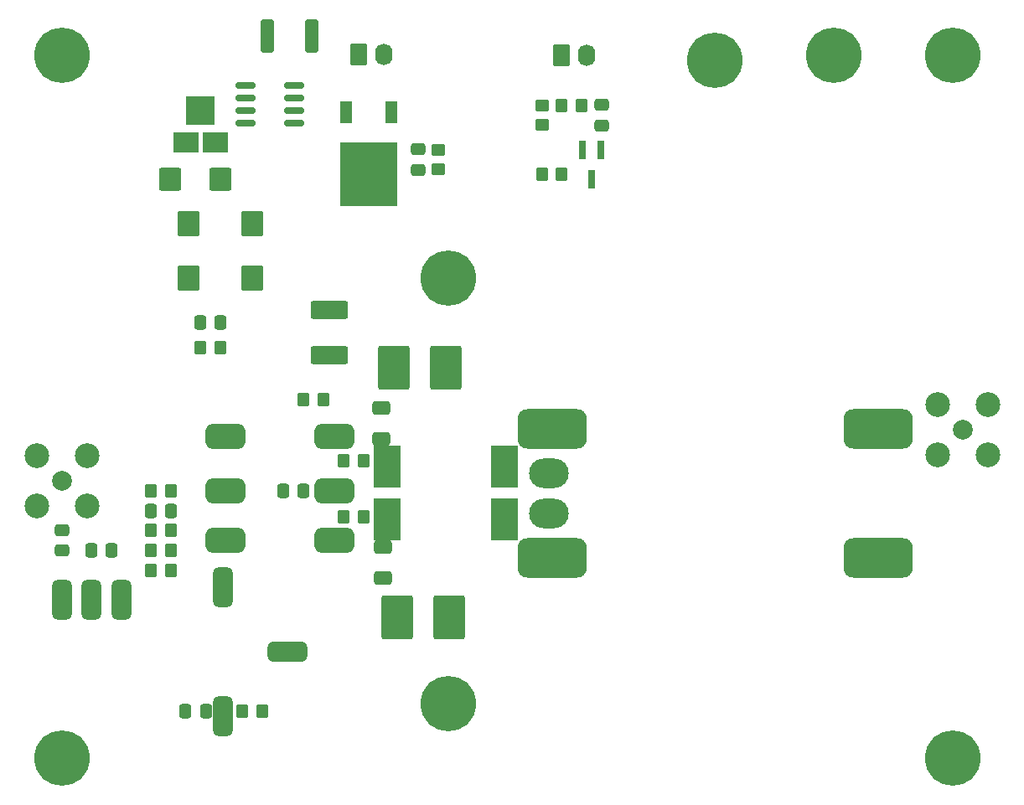
<source format=gts>
G04 #@! TF.GenerationSoftware,KiCad,Pcbnew,(6.0.0)*
G04 #@! TF.CreationDate,2022-09-27T14:15:41+02:00*
G04 #@! TF.ProjectId,Ampli_0_5W,416d706c-695f-4305-9f35-572e6b696361,rev?*
G04 #@! TF.SameCoordinates,Original*
G04 #@! TF.FileFunction,Soldermask,Top*
G04 #@! TF.FilePolarity,Negative*
%FSLAX46Y46*%
G04 Gerber Fmt 4.6, Leading zero omitted, Abs format (unit mm)*
G04 Created by KiCad (PCBNEW (6.0.0)) date 2022-09-27 14:15:41*
%MOMM*%
%LPD*%
G01*
G04 APERTURE LIST*
G04 Aperture macros list*
%AMRoundRect*
0 Rectangle with rounded corners*
0 $1 Rounding radius*
0 $2 $3 $4 $5 $6 $7 $8 $9 X,Y pos of 4 corners*
0 Add a 4 corners polygon primitive as box body*
4,1,4,$2,$3,$4,$5,$6,$7,$8,$9,$2,$3,0*
0 Add four circle primitives for the rounded corners*
1,1,$1+$1,$2,$3*
1,1,$1+$1,$4,$5*
1,1,$1+$1,$6,$7*
1,1,$1+$1,$8,$9*
0 Add four rect primitives between the rounded corners*
20,1,$1+$1,$2,$3,$4,$5,0*
20,1,$1+$1,$4,$5,$6,$7,0*
20,1,$1+$1,$6,$7,$8,$9,0*
20,1,$1+$1,$8,$9,$2,$3,0*%
G04 Aperture macros list end*
%ADD10C,5.600000*%
%ADD11RoundRect,0.250000X0.337500X0.475000X-0.337500X0.475000X-0.337500X-0.475000X0.337500X-0.475000X0*%
%ADD12RoundRect,0.625000X-1.375000X-0.625000X1.375000X-0.625000X1.375000X0.625000X-1.375000X0.625000X0*%
%ADD13RoundRect,0.250000X0.350000X0.450000X-0.350000X0.450000X-0.350000X-0.450000X0.350000X-0.450000X0*%
%ADD14RoundRect,0.250000X-0.337500X-0.475000X0.337500X-0.475000X0.337500X0.475000X-0.337500X0.475000X0*%
%ADD15RoundRect,0.500000X0.500000X1.500000X-0.500000X1.500000X-0.500000X-1.500000X0.500000X-1.500000X0*%
%ADD16RoundRect,0.500000X1.500000X-0.500000X1.500000X0.500000X-1.500000X0.500000X-1.500000X-0.500000X0*%
%ADD17R,2.700000X4.320000*%
%ADD18RoundRect,0.250000X0.400000X1.450000X-0.400000X1.450000X-0.400000X-1.450000X0.400000X-1.450000X0*%
%ADD19RoundRect,0.150000X-0.825000X-0.150000X0.825000X-0.150000X0.825000X0.150000X-0.825000X0.150000X0*%
%ADD20RoundRect,0.250000X0.875000X1.025000X-0.875000X1.025000X-0.875000X-1.025000X0.875000X-1.025000X0*%
%ADD21RoundRect,0.500000X-0.500000X-1.500000X0.500000X-1.500000X0.500000X1.500000X-0.500000X1.500000X0*%
%ADD22RoundRect,0.250000X-0.620000X-0.845000X0.620000X-0.845000X0.620000X0.845000X-0.620000X0.845000X0*%
%ADD23O,1.740000X2.190000*%
%ADD24RoundRect,0.250000X0.475000X-0.337500X0.475000X0.337500X-0.475000X0.337500X-0.475000X-0.337500X0*%
%ADD25R,0.800000X1.900000*%
%ADD26RoundRect,0.250000X0.450000X-0.350000X0.450000X0.350000X-0.450000X0.350000X-0.450000X-0.350000X0*%
%ADD27RoundRect,0.250000X-1.625000X0.675000X-1.625000X-0.675000X1.625000X-0.675000X1.625000X0.675000X0*%
%ADD28RoundRect,0.250000X1.350000X1.975000X-1.350000X1.975000X-1.350000X-1.975000X1.350000X-1.975000X0*%
%ADD29RoundRect,0.250000X-0.350000X-0.450000X0.350000X-0.450000X0.350000X0.450000X-0.350000X0.450000X0*%
%ADD30R,1.200000X2.200000*%
%ADD31R,5.800000X6.400000*%
%ADD32RoundRect,0.250000X0.650000X-0.412500X0.650000X0.412500X-0.650000X0.412500X-0.650000X-0.412500X0*%
%ADD33O,4.000000X3.000000*%
%ADD34RoundRect,0.250000X-0.475000X0.337500X-0.475000X-0.337500X0.475000X-0.337500X0.475000X0.337500X0*%
%ADD35R,2.500000X2.000000*%
%ADD36R,3.000000X3.000000*%
%ADD37C,1.998980*%
%ADD38C,2.499360*%
%ADD39RoundRect,0.250000X-0.875000X-0.925000X0.875000X-0.925000X0.875000X0.925000X-0.875000X0.925000X0*%
%ADD40RoundRect,1.000000X2.500000X-1.000000X2.500000X1.000000X-2.500000X1.000000X-2.500000X-1.000000X0*%
G04 APERTURE END LIST*
D10*
X85000000Y-35000000D03*
D11*
X96037500Y-81000000D03*
X93962500Y-81000000D03*
D12*
X101500000Y-84000000D03*
X101500000Y-79000000D03*
X101500000Y-73500000D03*
X112500000Y-73500000D03*
X112500000Y-79000000D03*
X112500000Y-84000000D03*
D13*
X115500000Y-75900000D03*
X113500000Y-75900000D03*
D14*
X97462500Y-101250000D03*
X99537500Y-101250000D03*
D13*
X96000000Y-83000000D03*
X94000000Y-83000000D03*
D10*
X85000000Y-106000000D03*
X163000000Y-35000000D03*
D15*
X101250000Y-101750000D03*
D16*
X107750000Y-95250000D03*
D15*
X101250000Y-88750000D03*
D17*
X117900000Y-76500000D03*
X117900000Y-81900000D03*
X129700000Y-81900000D03*
X129700000Y-76500000D03*
D18*
X110225000Y-33000000D03*
X105775000Y-33000000D03*
D19*
X103525000Y-37995000D03*
X103525000Y-39265000D03*
X103525000Y-40535000D03*
X103525000Y-41805000D03*
X108475000Y-41805000D03*
X108475000Y-40535000D03*
X108475000Y-39265000D03*
X108475000Y-37995000D03*
D10*
X124000000Y-100500000D03*
X124000000Y-57500000D03*
D20*
X104200000Y-57500000D03*
X97800000Y-57500000D03*
D21*
X85000000Y-90000000D03*
X88000000Y-90000000D03*
X91000000Y-90000000D03*
D10*
X175000000Y-106000000D03*
D22*
X115000000Y-34900000D03*
D23*
X117540000Y-34900000D03*
D11*
X109400000Y-79000000D03*
X107325000Y-79000000D03*
D24*
X139500000Y-42037500D03*
X139500000Y-39962500D03*
D25*
X139450000Y-44500000D03*
X137550000Y-44500000D03*
X138500000Y-47500000D03*
D13*
X137500000Y-40000000D03*
X135500000Y-40000000D03*
D10*
X151000000Y-35500000D03*
D13*
X115500000Y-81600000D03*
X113500000Y-81600000D03*
D14*
X98962500Y-62000000D03*
X101037500Y-62000000D03*
D26*
X123000000Y-46500000D03*
X123000000Y-44500000D03*
D13*
X96000000Y-79000000D03*
X94000000Y-79000000D03*
D14*
X87962500Y-85000000D03*
X90037500Y-85000000D03*
D13*
X96000000Y-85000000D03*
X94000000Y-85000000D03*
D10*
X175000000Y-35000000D03*
D27*
X112000000Y-60725000D03*
X112000000Y-65275000D03*
D28*
X124100000Y-91750000D03*
X118900000Y-91750000D03*
D29*
X94000000Y-87000000D03*
X96000000Y-87000000D03*
D13*
X105250000Y-101250000D03*
X103250000Y-101250000D03*
X111400000Y-69800000D03*
X109400000Y-69800000D03*
D30*
X118280000Y-40700000D03*
D31*
X116000000Y-47000000D03*
D30*
X113720000Y-40700000D03*
D32*
X117300000Y-73762500D03*
X117300000Y-70637500D03*
D28*
X123750000Y-66500000D03*
X118550000Y-66500000D03*
D33*
X134232500Y-81250000D03*
X134232500Y-77250000D03*
D34*
X85000000Y-82962500D03*
X85000000Y-85037500D03*
D22*
X135500000Y-35000000D03*
D23*
X138040000Y-35000000D03*
D35*
X97500000Y-43800000D03*
D36*
X99000000Y-40550000D03*
D35*
X100500000Y-43800000D03*
D26*
X133500000Y-42000000D03*
X133500000Y-40000000D03*
D37*
X85000000Y-78000000D03*
D38*
X82460000Y-75460000D03*
X87540000Y-75460000D03*
X82460000Y-80540000D03*
X87540000Y-80540000D03*
D24*
X121000000Y-46537500D03*
X121000000Y-44462500D03*
D39*
X95950000Y-47500000D03*
X101050000Y-47500000D03*
D40*
X134500000Y-72750000D03*
X134500000Y-85750000D03*
X167500000Y-85750000D03*
X167500000Y-72750000D03*
D20*
X104200000Y-52000000D03*
X97800000Y-52000000D03*
D13*
X101000000Y-64500000D03*
X99000000Y-64500000D03*
D32*
X117400000Y-87762500D03*
X117400000Y-84637500D03*
D13*
X135500000Y-47000000D03*
X133500000Y-47000000D03*
D37*
X176000000Y-72800000D03*
D38*
X173460000Y-75340000D03*
X173460000Y-70260000D03*
X178540000Y-70260000D03*
X178540000Y-75340000D03*
M02*

</source>
